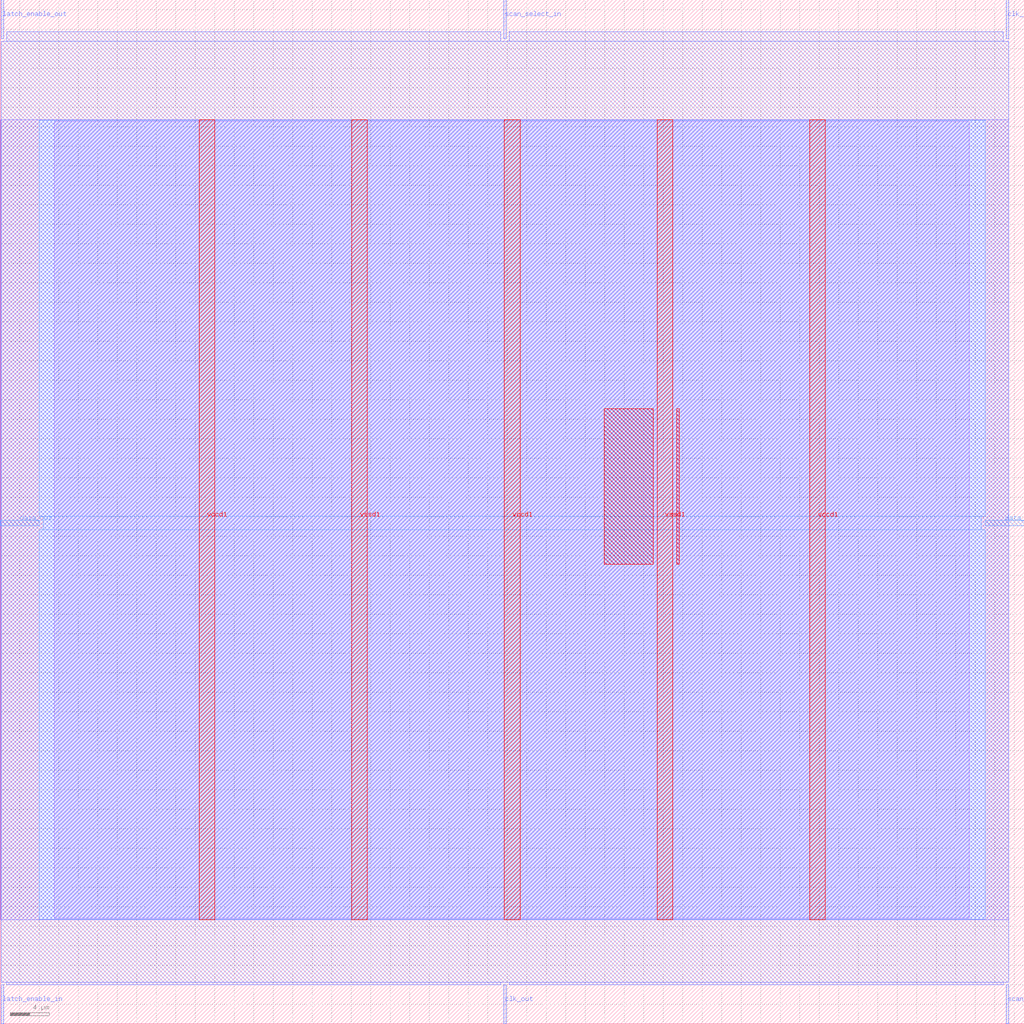
<source format=lef>
VERSION 5.7 ;
  NOWIREEXTENSIONATPIN ON ;
  DIVIDERCHAR "/" ;
  BUSBITCHARS "[]" ;
MACRO scan_wrapper_341431502448362067
  CLASS BLOCK ;
  FOREIGN scan_wrapper_341431502448362067 ;
  ORIGIN 0.000 0.000 ;
  SIZE 105.000 BY 105.000 ;
  PIN clk_in
    DIRECTION INPUT ;
    USE SIGNAL ;
    PORT
      LAYER met2 ;
        RECT 103.130 101.000 103.410 105.000 ;
    END
  END clk_in
  PIN clk_out
    DIRECTION OUTPUT TRISTATE ;
    USE SIGNAL ;
    PORT
      LAYER met2 ;
        RECT 51.610 0.000 51.890 4.000 ;
    END
  END clk_out
  PIN data_in
    DIRECTION INPUT ;
    USE SIGNAL ;
    PORT
      LAYER met3 ;
        RECT 101.000 51.040 105.000 51.640 ;
    END
  END data_in
  PIN data_out
    DIRECTION OUTPUT TRISTATE ;
    USE SIGNAL ;
    PORT
      LAYER met3 ;
        RECT 0.000 51.040 4.000 51.640 ;
    END
  END data_out
  PIN latch_enable_in
    DIRECTION INPUT ;
    USE SIGNAL ;
    PORT
      LAYER met2 ;
        RECT 0.090 0.000 0.370 4.000 ;
    END
  END latch_enable_in
  PIN latch_enable_out
    DIRECTION OUTPUT TRISTATE ;
    USE SIGNAL ;
    PORT
      LAYER met2 ;
        RECT 0.090 101.000 0.370 105.000 ;
    END
  END latch_enable_out
  PIN scan_select_in
    DIRECTION INPUT ;
    USE SIGNAL ;
    PORT
      LAYER met2 ;
        RECT 51.610 101.000 51.890 105.000 ;
    END
  END scan_select_in
  PIN scan_select_out
    DIRECTION OUTPUT TRISTATE ;
    USE SIGNAL ;
    PORT
      LAYER met2 ;
        RECT 103.130 0.000 103.410 4.000 ;
    END
  END scan_select_out
  PIN vccd1
    DIRECTION INPUT ;
    USE POWER ;
    PORT
      LAYER met4 ;
        RECT 20.380 10.640 21.980 92.720 ;
    END
    PORT
      LAYER met4 ;
        RECT 51.700 10.640 53.300 92.720 ;
    END
    PORT
      LAYER met4 ;
        RECT 83.020 10.640 84.620 92.720 ;
    END
  END vccd1
  PIN vssd1
    DIRECTION INPUT ;
    USE GROUND ;
    PORT
      LAYER met4 ;
        RECT 36.040 10.640 37.640 92.720 ;
    END
    PORT
      LAYER met4 ;
        RECT 67.360 10.640 68.960 92.720 ;
    END
  END vssd1
  OBS
      LAYER li1 ;
        RECT 5.520 10.795 99.360 92.565 ;
      LAYER met1 ;
        RECT 0.070 10.640 103.430 92.720 ;
      LAYER met2 ;
        RECT 0.650 100.720 51.330 101.730 ;
        RECT 52.170 100.720 102.850 101.730 ;
        RECT 0.100 4.280 103.400 100.720 ;
        RECT 0.650 4.000 51.330 4.280 ;
        RECT 52.170 4.000 102.850 4.280 ;
      LAYER met3 ;
        RECT 4.000 52.040 101.000 92.645 ;
        RECT 4.400 50.640 100.600 52.040 ;
        RECT 4.000 10.715 101.000 50.640 ;
      LAYER met4 ;
        RECT 61.935 47.095 66.960 63.065 ;
        RECT 69.360 47.095 69.625 63.065 ;
  END
END scan_wrapper_341431502448362067
END LIBRARY


</source>
